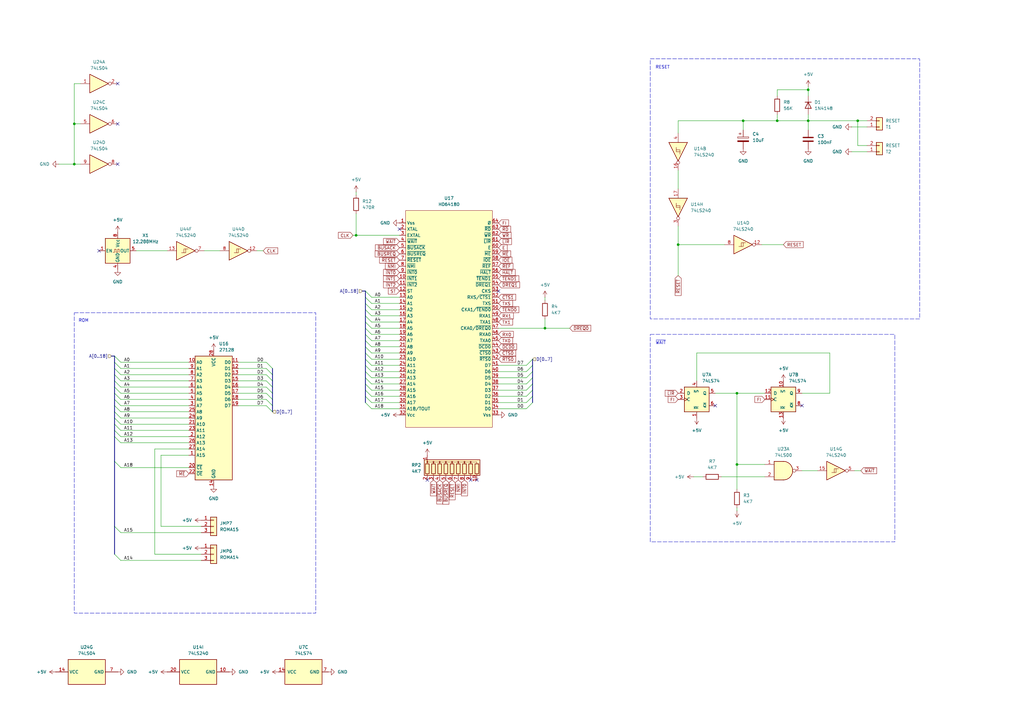
<source format=kicad_sch>
(kicad_sch (version 20231120) (generator "eeschema") (generator_version "8.0")
  (paper "A3")
  (junction (at 351.79 49.53))
  (junction (at 304.8 49.53))
  (junction (at 331.47 49.53))
  (junction (at 278.13 100.33))
  (junction (at 318.77 49.53))
  (junction (at 146.05 96.52))
  (junction (at 223.52 134.62))
  (junction (at 302.26 161.29))
  (junction (at 302.26 190.5))
  (junction (at 30.48 67.31))
  (junction (at 331.47 36.83))
  (junction (at 30.48 50.8))
  (no_connect (at 40.64 102.87))
  (no_connect (at 175.26 196.85))
  (no_connect (at 48.26 34.29))
  (no_connect (at 195.58 196.85))
  (no_connect (at 328.93 166.37))
  (no_connect (at 204.47 119.38))
  (no_connect (at 293.37 166.37))
  (no_connect (at 48.26 50.8))
  (no_connect (at 48.26 67.31))
  (no_connect (at 193.04 196.85))
  (no_connect (at 163.83 93.98))
  (bus_entry (at 46.99 179.07) (size 2.54 2.54))
  (bus_entry (at 46.99 227.33) (size 2.54 2.54))
  (bus_entry (at 149.86 157.48) (size 2.54 2.54))
  (bus_entry (at 149.86 132.08) (size 2.54 2.54))
  (bus_entry (at 46.99 215.9) (size 2.54 2.54))
  (bus_entry (at 149.86 137.16) (size 2.54 2.54))
  (bus_entry (at 149.86 160.02) (size 2.54 2.54))
  (bus_entry (at 109.22 151.13) (size 2.54 2.54))
  (bus_entry (at 149.86 162.56) (size 2.54 2.54))
  (bus_entry (at 149.86 134.62) (size 2.54 2.54))
  (bus_entry (at 109.22 156.21) (size 2.54 2.54))
  (bus_entry (at 46.99 189.23) (size 2.54 2.54))
  (bus_entry (at 109.22 158.75) (size 2.54 2.54))
  (bus_entry (at 109.22 161.29) (size 2.54 2.54))
  (bus_entry (at 215.9 160.02) (size 2.54 -2.54))
  (bus_entry (at 46.99 151.13) (size 2.54 2.54))
  (bus_entry (at 215.9 157.48) (size 2.54 -2.54))
  (bus_entry (at 46.99 168.91) (size 2.54 2.54))
  (bus_entry (at 215.9 149.86) (size 2.54 -2.54))
  (bus_entry (at 215.9 152.4) (size 2.54 -2.54))
  (bus_entry (at 149.86 124.46) (size 2.54 2.54))
  (bus_entry (at 46.99 161.29) (size 2.54 2.54))
  (bus_entry (at 149.86 142.24) (size 2.54 2.54))
  (bus_entry (at 149.86 165.1) (size 2.54 2.54))
  (bus_entry (at 149.86 129.54) (size 2.54 2.54))
  (bus_entry (at 149.86 127) (size 2.54 2.54))
  (bus_entry (at 149.86 144.78) (size 2.54 2.54))
  (bus_entry (at 109.22 163.83) (size 2.54 2.54))
  (bus_entry (at 46.99 173.99) (size 2.54 2.54))
  (bus_entry (at 149.86 121.92) (size 2.54 2.54))
  (bus_entry (at 109.22 166.37) (size 2.54 2.54))
  (bus_entry (at 46.99 171.45) (size 2.54 2.54))
  (bus_entry (at 46.99 163.83) (size 2.54 2.54))
  (bus_entry (at 215.9 165.1) (size 2.54 -2.54))
  (bus_entry (at 215.9 167.64) (size 2.54 -2.54))
  (bus_entry (at 46.99 176.53) (size 2.54 2.54))
  (bus_entry (at 46.99 166.37) (size 2.54 2.54))
  (bus_entry (at 215.9 154.94) (size 2.54 -2.54))
  (bus_entry (at 149.86 154.94) (size 2.54 2.54))
  (bus_entry (at 109.22 148.59) (size 2.54 2.54))
  (bus_entry (at 149.86 147.32) (size 2.54 2.54))
  (bus_entry (at 149.86 139.7) (size 2.54 2.54))
  (bus_entry (at 149.86 149.86) (size 2.54 2.54))
  (bus_entry (at 215.9 162.56) (size 2.54 -2.54))
  (bus_entry (at 46.99 153.67) (size 2.54 2.54))
  (bus_entry (at 46.99 156.21) (size 2.54 2.54))
  (bus_entry (at 109.22 153.67) (size 2.54 2.54))
  (bus_entry (at 46.99 158.75) (size 2.54 2.54))
  (bus_entry (at 149.86 119.38) (size 2.54 2.54))
  (bus_entry (at 46.99 148.59) (size 2.54 2.54))
  (bus_entry (at 46.99 146.05) (size 2.54 2.54))
  (bus_entry (at 149.86 152.4) (size 2.54 2.54))
  (bus (pts (xy 149.86 152.4) (xy 149.86 154.94)))
  (bus (pts (xy 111.76 166.37) (xy 111.76 163.83)))
  (wire (pts (xy 152.4 157.48) (xy 163.83 157.48)))
  (wire (pts (xy 97.79 153.67) (xy 109.22 153.67)))
  (bus (pts (xy 111.76 153.67) (xy 111.76 151.13)))
  (bus (pts (xy 149.86 162.56) (xy 149.86 165.1)))
  (wire (pts (xy 30.48 67.31) (xy 33.02 67.31)))
  (wire (pts (xy 204.47 157.48) (xy 215.9 157.48)))
  (wire (pts (xy 152.4 149.86) (xy 163.83 149.86)))
  (wire (pts (xy 152.4 147.32) (xy 163.83 147.32)))
  (bus (pts (xy 46.99 189.23) (xy 46.99 215.9)))
  (wire (pts (xy 49.53 191.77) (xy 77.47 191.77)))
  (wire (pts (xy 97.79 148.59) (xy 109.22 148.59)))
  (wire (pts (xy 331.47 49.53) (xy 351.79 49.53)))
  (wire (pts (xy 107.95 102.87) (xy 105.41 102.87)))
  (wire (pts (xy 49.53 153.67) (xy 77.47 153.67)))
  (bus (pts (xy 46.99 148.59) (xy 46.99 151.13)))
  (wire (pts (xy 304.8 49.53) (xy 304.8 53.34)))
  (wire (pts (xy 302.26 161.29) (xy 313.69 161.29)))
  (bus (pts (xy 46.99 168.91) (xy 46.99 171.45)))
  (wire (pts (xy 152.4 154.94) (xy 163.83 154.94)))
  (bus (pts (xy 149.86 119.38) (xy 149.86 121.92)))
  (wire (pts (xy 63.5 227.33) (xy 82.55 227.33)))
  (bus (pts (xy 149.86 129.54) (xy 149.86 132.08)))
  (wire (pts (xy 152.4 127) (xy 163.83 127)))
  (bus (pts (xy 46.99 161.29) (xy 46.99 163.83)))
  (wire (pts (xy 49.53 168.91) (xy 77.47 168.91)))
  (wire (pts (xy 97.79 161.29) (xy 109.22 161.29)))
  (wire (pts (xy 340.36 161.29) (xy 328.93 161.29)))
  (wire (pts (xy 49.53 179.07) (xy 77.47 179.07)))
  (wire (pts (xy 49.53 161.29) (xy 77.47 161.29)))
  (bus (pts (xy 149.86 139.7) (xy 149.86 142.24)))
  (wire (pts (xy 77.47 184.15) (xy 63.5 184.15)))
  (wire (pts (xy 152.4 165.1) (xy 163.83 165.1)))
  (wire (pts (xy 30.48 50.8) (xy 33.02 50.8)))
  (wire (pts (xy 285.75 156.21) (xy 285.75 144.78)))
  (wire (pts (xy 204.47 165.1) (xy 215.9 165.1)))
  (bus (pts (xy 149.86 127) (xy 149.86 129.54)))
  (bus (pts (xy 46.99 166.37) (xy 46.99 168.91)))
  (wire (pts (xy 233.68 134.62) (xy 223.52 134.62)))
  (bus (pts (xy 149.86 142.24) (xy 149.86 144.78)))
  (bus (pts (xy 45.72 146.05) (xy 46.99 146.05)))
  (wire (pts (xy 223.52 121.92) (xy 223.52 123.19)))
  (wire (pts (xy 204.47 152.4) (xy 215.9 152.4)))
  (wire (pts (xy 302.26 190.5) (xy 302.26 200.66)))
  (wire (pts (xy 278.13 49.53) (xy 278.13 54.61)))
  (wire (pts (xy 313.69 190.5) (xy 302.26 190.5)))
  (wire (pts (xy 152.4 142.24) (xy 163.83 142.24)))
  (bus (pts (xy 149.86 137.16) (xy 149.86 139.7)))
  (bus (pts (xy 218.44 162.56) (xy 218.44 165.1)))
  (wire (pts (xy 49.53 156.21) (xy 77.47 156.21)))
  (wire (pts (xy 49.53 163.83) (xy 77.47 163.83)))
  (wire (pts (xy 302.26 190.5) (xy 302.26 161.29)))
  (wire (pts (xy 49.53 148.59) (xy 77.47 148.59)))
  (bus (pts (xy 111.76 158.75) (xy 111.76 156.21)))
  (bus (pts (xy 149.86 154.94) (xy 149.86 157.48)))
  (wire (pts (xy 302.26 209.55) (xy 302.26 208.28)))
  (wire (pts (xy 351.79 59.69) (xy 351.79 49.53)))
  (bus (pts (xy 46.99 215.9) (xy 46.99 227.33)))
  (wire (pts (xy 355.6 59.69) (xy 351.79 59.69)))
  (bus (pts (xy 218.44 157.48) (xy 218.44 160.02)))
  (bus (pts (xy 46.99 179.07) (xy 46.99 189.23)))
  (bus (pts (xy 148.59 119.38) (xy 149.86 119.38)))
  (wire (pts (xy 349.25 52.07) (xy 355.6 52.07)))
  (wire (pts (xy 204.47 154.94) (xy 215.9 154.94)))
  (wire (pts (xy 144.78 96.52) (xy 146.05 96.52)))
  (bus (pts (xy 46.99 146.05) (xy 46.99 148.59)))
  (bus (pts (xy 111.76 161.29) (xy 111.76 158.75)))
  (wire (pts (xy 278.13 100.33) (xy 278.13 113.03)))
  (wire (pts (xy 204.47 149.86) (xy 215.9 149.86)))
  (bus (pts (xy 149.86 132.08) (xy 149.86 134.62)))
  (bus (pts (xy 46.99 176.53) (xy 46.99 179.07)))
  (wire (pts (xy 152.4 137.16) (xy 163.83 137.16)))
  (wire (pts (xy 97.79 166.37) (xy 109.22 166.37)))
  (wire (pts (xy 349.25 62.23) (xy 355.6 62.23)))
  (wire (pts (xy 146.05 87.63) (xy 146.05 96.52)))
  (wire (pts (xy 83.82 102.87) (xy 90.17 102.87)))
  (wire (pts (xy 24.13 67.31) (xy 30.48 67.31)))
  (wire (pts (xy 304.8 49.53) (xy 278.13 49.53)))
  (wire (pts (xy 353.06 193.04) (xy 350.52 193.04)))
  (wire (pts (xy 152.4 167.64) (xy 163.83 167.64)))
  (bus (pts (xy 218.44 147.32) (xy 218.44 149.86)))
  (wire (pts (xy 49.53 181.61) (xy 77.47 181.61)))
  (bus (pts (xy 46.99 158.75) (xy 46.99 161.29)))
  (wire (pts (xy 278.13 92.71) (xy 278.13 100.33)))
  (wire (pts (xy 152.4 139.7) (xy 163.83 139.7)))
  (bus (pts (xy 149.86 124.46) (xy 149.86 127)))
  (wire (pts (xy 331.47 35.56) (xy 331.47 36.83)))
  (bus (pts (xy 46.99 153.67) (xy 46.99 156.21)))
  (wire (pts (xy 49.53 151.13) (xy 77.47 151.13)))
  (wire (pts (xy 97.79 158.75) (xy 109.22 158.75)))
  (wire (pts (xy 49.53 218.44) (xy 82.55 218.44)))
  (wire (pts (xy 49.53 158.75) (xy 77.47 158.75)))
  (wire (pts (xy 152.4 129.54) (xy 163.83 129.54)))
  (wire (pts (xy 204.47 160.02) (xy 215.9 160.02)))
  (wire (pts (xy 223.52 134.62) (xy 204.47 134.62)))
  (wire (pts (xy 340.36 144.78) (xy 340.36 161.29)))
  (wire (pts (xy 331.47 36.83) (xy 331.47 39.37)))
  (wire (pts (xy 318.77 46.99) (xy 318.77 49.53)))
  (bus (pts (xy 149.86 147.32) (xy 149.86 149.86)))
  (wire (pts (xy 49.53 176.53) (xy 77.47 176.53)))
  (bus (pts (xy 218.44 154.94) (xy 218.44 157.48)))
  (wire (pts (xy 152.4 124.46) (xy 163.83 124.46)))
  (bus (pts (xy 218.44 149.86) (xy 218.44 152.4)))
  (wire (pts (xy 152.4 132.08) (xy 163.83 132.08)))
  (bus (pts (xy 46.99 173.99) (xy 46.99 176.53)))
  (wire (pts (xy 146.05 96.52) (xy 163.83 96.52)))
  (wire (pts (xy 318.77 36.83) (xy 318.77 39.37)))
  (bus (pts (xy 111.76 156.21) (xy 111.76 153.67)))
  (wire (pts (xy 49.53 171.45) (xy 77.47 171.45)))
  (wire (pts (xy 204.47 162.56) (xy 215.9 162.56)))
  (bus (pts (xy 46.99 171.45) (xy 46.99 173.99)))
  (wire (pts (xy 152.4 121.92) (xy 163.83 121.92)))
  (bus (pts (xy 46.99 163.83) (xy 46.99 166.37)))
  (wire (pts (xy 152.4 144.78) (xy 163.83 144.78)))
  (wire (pts (xy 63.5 184.15) (xy 63.5 227.33)))
  (bus (pts (xy 46.99 151.13) (xy 46.99 153.67)))
  (wire (pts (xy 33.02 34.29) (xy 30.48 34.29)))
  (wire (pts (xy 318.77 49.53) (xy 304.8 49.53)))
  (wire (pts (xy 146.05 78.74) (xy 146.05 80.01)))
  (wire (pts (xy 30.48 50.8) (xy 30.48 67.31)))
  (wire (pts (xy 97.79 163.83) (xy 109.22 163.83)))
  (wire (pts (xy 49.53 166.37) (xy 77.47 166.37)))
  (bus (pts (xy 111.76 168.91) (xy 111.76 166.37)))
  (wire (pts (xy 97.79 156.21) (xy 109.22 156.21)))
  (bus (pts (xy 218.44 160.02) (xy 218.44 162.56)))
  (wire (pts (xy 351.79 49.53) (xy 355.6 49.53)))
  (wire (pts (xy 55.88 102.87) (xy 68.58 102.87)))
  (bus (pts (xy 149.86 157.48) (xy 149.86 160.02)))
  (wire (pts (xy 204.47 167.64) (xy 215.9 167.64)))
  (wire (pts (xy 331.47 49.53) (xy 331.47 46.99)))
  (wire (pts (xy 49.53 229.87) (xy 82.55 229.87)))
  (wire (pts (xy 66.04 186.69) (xy 77.47 186.69)))
  (wire (pts (xy 49.53 173.99) (xy 77.47 173.99)))
  (wire (pts (xy 331.47 53.34) (xy 331.47 49.53)))
  (wire (pts (xy 295.91 195.58) (xy 313.69 195.58)))
  (wire (pts (xy 293.37 161.29) (xy 302.26 161.29)))
  (wire (pts (xy 223.52 130.81) (xy 223.52 134.62)))
  (wire (pts (xy 335.28 193.04) (xy 328.93 193.04)))
  (wire (pts (xy 312.42 100.33) (xy 321.31 100.33)))
  (bus (pts (xy 46.99 156.21) (xy 46.99 158.75)))
  (wire (pts (xy 30.48 34.29) (xy 30.48 50.8)))
  (bus (pts (xy 149.86 149.86) (xy 149.86 152.4)))
  (wire (pts (xy 152.4 160.02) (xy 163.83 160.02)))
  (wire (pts (xy 331.47 49.53) (xy 318.77 49.53)))
  (wire (pts (xy 82.55 215.9) (xy 66.04 215.9)))
  (wire (pts (xy 152.4 162.56) (xy 163.83 162.56)))
  (bus (pts (xy 218.44 152.4) (xy 218.44 154.94)))
  (wire (pts (xy 278.13 100.33) (xy 297.18 100.33)))
  (wire (pts (xy 285.75 144.78) (xy 340.36 144.78)))
  (wire (pts (xy 284.48 195.58) (xy 288.29 195.58)))
  (wire (pts (xy 278.13 77.47) (xy 278.13 69.85)))
  (bus (pts (xy 149.86 121.92) (xy 149.86 124.46)))
  (bus (pts (xy 111.76 163.83) (xy 111.76 161.29)))
  (bus (pts (xy 149.86 144.78) (xy 149.86 147.32)))
  (wire (pts (xy 152.4 134.62) (xy 163.83 134.62)))
  (wire (pts (xy 331.47 36.83) (xy 318.77 36.83)))
  (wire (pts (xy 97.79 151.13) (xy 109.22 151.13)))
  (bus (pts (xy 149.86 134.62) (xy 149.86 137.16)))
  (wire (pts (xy 66.04 215.9) (xy 66.04 186.69)))
  (bus (pts (xy 149.86 160.02) (xy 149.86 162.56)))
  (wire (pts (xy 152.4 152.4) (xy 163.83 152.4)))
  (rectangle (start 30.48 128.27) (end 129.54 251.46) (stroke (width 0) (type dash)))
  (rectangle (start 266.7 137.16) (end 367.03 222.25) (stroke (width 0) (type dash)))
  (rectangle (start 266.7 24.13) (end 377.19 130.81) (stroke (width 0) (type dash)))
  (text "ROM" (at 34.29 131.572 0) (effects (font (size 1.27 1.27))))
  (text "RESET" (at 271.78 27.686 0) (effects (font (size 1.27 1.27))))
  (text "~{WAIT}" (at 271.018 140.716 0) (effects (font (size 1.27 1.27))))
  (label "A1" (at 153.67 124.46 0))
  (label "A6" (at 153.67 137.16 0))
  (label "A18" (at 153.67 167.64 0))
  (label "D3" (at 105.41 156.21 0))
  (label "D0" (at 105.41 148.59 0))
  (label "A4" (at 153.67 132.08 0))
  (label "A6" (at 50.8 163.83 0))
  (label "D1" (at 212.09 165.1 0))
  (label "D6" (at 105.41 163.83 0))
  (label "A16" (at 153.67 162.56 0))
  (label "D1" (at 105.41 151.13 0))
  (label "A0" (at 50.8 148.59 0))
  (label "A11" (at 153.67 149.86 0))
  (label "A10" (at 50.8 173.99 0))
  (label "A3" (at 50.8 156.21 0))
  (label "A2" (at 50.8 153.67 0))
  (label "A14" (at 50.8 229.87 0))
  (label "A9" (at 153.67 144.78 0))
  (label "D4" (at 212.09 157.48 0))
  (label "A15" (at 153.67 160.02 0))
  (label "A13" (at 50.8 181.61 0))
  (label "D7" (at 105.41 166.37 0))
  (label "A2" (at 153.67 127 0))
  (label "D7" (at 212.09 149.86 0))
  (label "A1" (at 50.8 151.13 0))
  (label "A3" (at 153.67 129.54 0))
  (label "D3" (at 212.09 160.02 0))
  (label "D0" (at 212.09 167.64 0))
  (label "A8" (at 50.8 168.91 0))
  (label "D2" (at 105.41 153.67 0))
  (label "A7" (at 153.67 139.7 0))
  (label "A7" (at 50.8 166.37 0))
  (label "A13" (at 153.67 154.94 0))
  (label "A18" (at 50.8 191.77 0))
  (label "A10" (at 153.67 147.32 0))
  (label "A17" (at 153.67 165.1 0))
  (label "A5" (at 50.8 161.29 0))
  (label "A8" (at 153.67 142.24 0))
  (label "A15" (at 50.8 218.44 0))
  (label "A0" (at 153.67 121.92 0))
  (label "A12" (at 153.67 152.4 0))
  (label "D2" (at 212.09 162.56 0))
  (label "A14" (at 153.67 157.48 0))
  (label "D4" (at 105.41 158.75 0))
  (label "A4" (at 50.8 158.75 0))
  (label "A9" (at 50.8 171.45 0))
  (label "A11" (at 50.8 176.53 0))
  (label "A12" (at 50.8 179.07 0))
  (label "D5" (at 105.41 161.29 0))
  (label "D6" (at 212.09 152.4 0))
  (label "A5" (at 153.67 134.62 0))
  (label "D5" (at 212.09 154.94 0))
  (global_label "~{DREQ0}" (shape input) (at 233.68 134.62 0) (property "Intersheetrefs" "${INTERSHEET_REFS}" (effects (hide yes))))
  (global_label "~{BUSACK}" (shape input) (at 180.34 196.85 270) (property "Intersheetrefs" "${INTERSHEET_REFS}" (effects (hide yes))))
  (global_label "TXS" (shape input) (at 204.47 124.46 0) (property "Intersheetrefs" "${INTERSHEET_REFS}" (effects (hide yes))))
  (global_label "~{DREQ1}" (shape input) (at 204.47 116.84 0) (property "Intersheetrefs" "${INTERSHEET_REFS}" (effects (hide yes))))
  (global_label "CLK" (shape input) (at 107.95 102.87 0) (property "Intersheetrefs" "${INTERSHEET_REFS}" (effects (hide yes))))
  (global_label "TX0" (shape input) (at 204.47 139.7 0) (property "Intersheetrefs" "${INTERSHEET_REFS}" (effects (hide yes))))
  (global_label "TX1" (shape input) (at 204.47 132.08 0) (property "Intersheetrefs" "${INTERSHEET_REFS}" (effects (hide yes))))
  (global_label "~{WAIT}" (shape input) (at 177.8 196.85 270) (property "Intersheetrefs" "${INTERSHEET_REFS}" (effects (hide yes))))
  (global_label "~{INT0}" (shape input) (at 163.83 111.76 180) (property "Intersheetrefs" "${INTERSHEET_REFS}" (effects (hide yes))))
  (global_label "~{RESET}" (shape input) (at 278.13 113.03 270) (property "Intersheetrefs" "${INTERSHEET_REFS}" (effects (hide yes))))
  (global_label "E" (shape input) (at 204.47 101.6 0) (property "Intersheetrefs" "${INTERSHEET_REFS}" (effects (hide yes))))
  (global_label "FI" (shape input) (at 204.47 91.44 0) (property "Intersheetrefs" "${INTERSHEET_REFS}" (effects (hide yes))))
  (global_label "~{TEND1}" (shape input) (at 204.47 114.3 0) (property "Intersheetrefs" "${INTERSHEET_REFS}" (effects (hide yes))))
  (global_label "~{NMI}" (shape input) (at 163.83 109.22 180) (property "Intersheetrefs" "${INTERSHEET_REFS}" (effects (hide yes))))
  (global_label "~{CTS0}" (shape input) (at 204.47 144.78 0) (property "Intersheetrefs" "${INTERSHEET_REFS}" (effects (hide yes))))
  (global_label "~{BUSACK}" (shape input) (at 163.83 101.6 180) (property "Intersheetrefs" "${INTERSHEET_REFS}" (effects (hide yes))))
  (global_label "FI" (shape input) (at 313.69 163.83 180) (property "Intersheetrefs" "${INTERSHEET_REFS}" (effects (hide yes))))
  (global_label "~{BUSREQ}" (shape input) (at 163.83 104.14 180) (property "Intersheetrefs" "${INTERSHEET_REFS}" (effects (hide yes))))
  (global_label "~{INT1}" (shape input) (at 163.83 114.3 180) (property "Intersheetrefs" "${INTERSHEET_REFS}" (effects (hide yes))))
  (global_label "ST" (shape input) (at 163.83 119.38 180) (property "Intersheetrefs" "${INTERSHEET_REFS}" (effects (hide yes))))
  (global_label "~{RD}" (shape input) (at 204.47 93.98 0) (property "Intersheetrefs" "${INTERSHEET_REFS}" (effects (hide yes))))
  (global_label "~{HALT}" (shape input) (at 204.47 111.76 0) (property "Intersheetrefs" "${INTERSHEET_REFS}" (effects (hide yes))))
  (global_label "RX1" (shape input) (at 204.47 129.54 0) (property "Intersheetrefs" "${INTERSHEET_REFS}" (effects (hide yes))))
  (global_label "RX0" (shape input) (at 204.47 137.16 0) (property "Intersheetrefs" "${INTERSHEET_REFS}" (effects (hide yes))))
  (global_label "~{DCD0}" (shape input) (at 204.47 142.24 0) (property "Intersheetrefs" "${INTERSHEET_REFS}" (effects (hide yes))))
  (global_label "~{RTS0}" (shape input) (at 204.47 147.32 0) (property "Intersheetrefs" "${INTERSHEET_REFS}" (effects (hide yes))))
  (global_label "~{NMI}" (shape input) (at 187.96 196.85 270) (property "Intersheetrefs" "${INTERSHEET_REFS}" (effects (hide yes))))
  (global_label "~{ME}" (shape input) (at 77.47 194.31 180) (property "Intersheetrefs" "${INTERSHEET_REFS}" (effects (hide yes))))
  (global_label "~{ME}" (shape input) (at 204.47 104.14 0) (property "Intersheetrefs" "${INTERSHEET_REFS}" (effects (hide yes))))
  (global_label "~{INT0}" (shape input) (at 190.5 196.85 270) (property "Intersheetrefs" "${INTERSHEET_REFS}" (effects (hide yes))))
  (global_label "~{BUSREQ}" (shape input) (at 182.88 196.85 270) (property "Intersheetrefs" "${INTERSHEET_REFS}" (effects (hide yes))))
  (global_label "~{TEND0}" (shape input) (at 204.47 127 0) (property "Intersheetrefs" "${INTERSHEET_REFS}" (effects (hide yes))))
  (global_label "~{WAIT}" (shape input) (at 353.06 193.04 0) (property "Intersheetrefs" "${INTERSHEET_REFS}" (effects (hide yes))))
  (global_label "~{INT2}" (shape input) (at 163.83 116.84 180) (property "Intersheetrefs" "${INTERSHEET_REFS}" (effects (hide yes))))
  (global_label "~{WAIT}" (shape input) (at 163.83 99.06 180) (property "Intersheetrefs" "${INTERSHEET_REFS}" (effects (hide yes))))
  (global_label "~{CTS1}" (shape input) (at 204.47 121.92 0) (property "Intersheetrefs" "${INTERSHEET_REFS}" (effects (hide yes))))
  (global_label "~{RESET}" (shape input) (at 185.42 196.85 270) (property "Intersheetrefs" "${INTERSHEET_REFS}" (effects (hide yes))))
  (global_label "FI" (shape input) (at 278.13 163.83 180) (property "Intersheetrefs" "${INTERSHEET_REFS}" (effects (hide yes))))
  (global_label "~{REF}" (shape input) (at 204.47 109.22 0) (property "Intersheetrefs" "${INTERSHEET_REFS}" (effects (hide yes))))
  (global_label "~{LIR}" (shape input) (at 204.47 99.06 0) (property "Intersheetrefs" "${INTERSHEET_REFS}" (effects (hide yes))))
  (global_label "CLK" (shape input) (at 144.78 96.52 180) (property "Intersheetrefs" "${INTERSHEET_REFS}" (effects (hide yes))))
  (global_label "~{LIR}" (shape input) (at 278.13 161.29 180) (property "Intersheetrefs" "${INTERSHEET_REFS}" (effects (hide yes))))
  (global_label "~{WR}" (shape input) (at 204.47 96.52 0) (property "Intersheetrefs" "${INTERSHEET_REFS}" (effects (hide yes))))
  (global_label "RESET" (shape input) (at 321.31 100.33 0) (property "Intersheetrefs" "${INTERSHEET_REFS}" (effects (hide yes))))
  (global_label "~{IOE}" (shape input) (at 204.47 106.68 0) (property "Intersheetrefs" "${INTERSHEET_REFS}" (effects (hide yes))))
  (global_label "~{RESET}" (shape input) (at 163.83 106.68 180) (property "Intersheetrefs" "${INTERSHEET_REFS}" (effects (hide yes))))
  (hierarchical_label "D[0..7]" (shape input) (at 111.76 168.91 0))
  (hierarchical_label "A[0..18]" (shape input) (at 148.59 119.38 180))
  (hierarchical_label "A[0..18]" (shape input) (at 45.72 146.05 180))
  (hierarchical_label "D[0..7]" (shape input) (at 218.44 147.32 0))
  (symbol (lib_id "Oscillator:CXO_DIP8") (at 48.26 102.87 0) (unit 1)
    (property "Reference" "X1" (at 59.69 96.5514 0))
    (property "Value" "12.288MHz" (at 59.69 99.0914 0))
    (property "Footprint" "011TIM:TIM_Oscillator_DIP-8" (effects (hide yes)))
    (property "Datasheet" "http://cdn-reichelt.de/documents/datenblatt/B400/OSZI.pdf" (effects (hide yes)))
    (property "Description" "Crystal Clock Oscillator, DIP8-style metal package" (effects (hide yes)))
  )
  (symbol (lib_id "power:+5V") (at 223.52 121.92 0) (unit 1)
    (property "Reference" "#PWR011" (effects (hide yes)))
    (property "Value" "+5V" (at 223.52 116.84 0))
    (property "Description" "Power symbol creates a global label with name \"+5V\"" (effects (hide yes)))
  )
  (symbol (lib_id "74xx:74LS240_Split") (at 81.28 275.59 90) (unit 9)
    (property "Reference" "U14" (at 81.28 265.43 90))
    (property "Value" "74LS240" (at 81.28 267.97 90))
    (property "Footprint" "011TIM:DIP-20_W7.62mm" (effects (hide yes)))
    (property "Datasheet" "http://www.ti.com/lit/ds/symlink/sn74ls240.pdf" (effects (hide yes)))
    (property "Description" "Octal Buffer and Line Driver With 3-State Output, active-low enables, inverting outputs, split symbol" (effects (hide yes)))
  )
  (symbol (lib_id "power:GND") (at 163.83 91.44 270) (unit 1)
    (property "Reference" "#PWR03" (effects (hide yes)))
    (property "Value" "GND" (at 160.02 91.4399 90) (effects (justify right)))
    (property "Description" "Power symbol creates a global label with name \"GND\" , ground" (effects (hide yes)))
  )
  (symbol (lib_id "Device:R") (at 318.77 43.18 0) (unit 1)
    (property "Reference" "R8" (at 321.31 41.9099 0) (effects (justify left)))
    (property "Value" "56K" (at 321.31 44.4499 0) (effects (justify left)))
    (property "Footprint" "011TIM:Resistor 12.7mm" (effects (hide yes)))
    (property "Description" "Resistor" (effects (hide yes)))
  )
  (symbol (lib_id "power:GND") (at 134.62 275.59 90) (unit 1)
    (property "Reference" "#PWR026" (effects (hide yes)))
    (property "Value" "GND" (at 138.43 275.5899 90) (effects (justify right)))
    (property "Description" "Power symbol creates a global label with name \"GND\" , ground" (effects (hide yes)))
  )
  (symbol (lib_id "power:+5V") (at 285.75 171.45 180) (unit 1)
    (property "Reference" "#PWR027" (effects (hide yes)))
    (property "Value" "+5V" (at 285.75 176.53 0))
    (property "Description" "Power symbol creates a global label with name \"+5V\"" (effects (hide yes)))
  )
  (symbol (lib_id "74xx:74LS240_Split") (at 342.9 193.04 0) (unit 7)
    (property "Reference" "U14" (at 342.9 184.15 0))
    (property "Value" "74LS240" (at 342.9 186.69 0))
    (property "Footprint" "011TIM:DIP-20_W7.62mm" (effects (hide yes)))
    (property "Datasheet" "http://www.ti.com/lit/ds/symlink/sn74ls240.pdf" (effects (hide yes)))
    (property "Description" "Octal Buffer and Line Driver With 3-State Output, active-low enables, inverting outputs, split symbol" (effects (hide yes)))
  )
  (symbol (lib_id "74xx:74LS04") (at 35.56 275.59 90) (unit 7)
    (property "Reference" "U24" (at 35.56 265.43 90))
    (property "Value" "74LS04" (at 35.56 267.97 90))
    (property "Footprint" "011TIM:DIP-14_W7.62mm" (effects (hide yes)))
    (property "Datasheet" "http://www.ti.com/lit/gpn/sn74LS04" (effects (hide yes)))
    (property "Description" "Hex Inverter" (effects (hide yes)))
  )
  (symbol (lib_id "TIM011:HD64180") (at 184.15 130.81 0) (unit 1)
    (property "Reference" "U17" (at 184.15 81.28 0))
    (property "Value" "HD64180" (at 184.15 83.82 0))
    (property "Footprint" "011TIM:DIP-64_1.78mm Pitch_Socket" (effects (hide yes)))
  )
  (symbol (lib_id "74xx:74LS240_Split") (at 278.13 62.23 270) (unit 2)
    (property "Reference" "U14" (at 284.48 60.9599 90) (effects (justify left)))
    (property "Value" "74LS240" (at 284.48 63.4999 90) (effects (justify left)))
    (property "Footprint" "011TIM:DIP-20_W7.62mm" (effects (hide yes)))
    (property "Datasheet" "http://www.ti.com/lit/ds/symlink/sn74ls240.pdf" (effects (hide yes)))
    (property "Description" "Octal Buffer and Line Driver With 3-State Output, active-low enables, inverting outputs, split symbol" (effects (hide yes)))
  )
  (symbol (lib_id "power:+5V") (at 302.26 209.55 180) (unit 1)
    (property "Reference" "#PWR030" (effects (hide yes)))
    (property "Value" "+5V" (at 302.26 214.63 0))
    (property "Description" "Power symbol creates a global label with name \"+5V\"" (effects (hide yes)))
  )
  (symbol (lib_id "74xx:74LS240_Split") (at 278.13 85.09 270) (unit 8)
    (property "Reference" "U14" (at 283.21 83.8199 90) (effects (justify left)))
    (property "Value" "74LS240" (at 283.21 86.3599 90) (effects (justify left)))
    (property "Footprint" "011TIM:DIP-20_W7.62mm" (effects (hide yes)))
    (property "Datasheet" "http://www.ti.com/lit/ds/symlink/sn74ls240.pdf" (effects (hide yes)))
    (property "Description" "Octal Buffer and Line Driver With 3-State Output, active-low enables, inverting outputs, split symbol" (effects (hide yes)))
  )
  (symbol (lib_id "74xx:74LS04") (at 40.64 50.8 0) (unit 3)
    (property "Reference" "U24" (at 40.64 41.91 0))
    (property "Value" "74LS04" (at 40.64 44.45 0))
    (property "Footprint" "011TIM:DIP-14_W7.62mm" (effects (hide yes)))
    (property "Datasheet" "http://www.ti.com/lit/gpn/sn74LS04" (effects (hide yes)))
    (property "Description" "Hex Inverter" (effects (hide yes)))
  )
  (symbol (lib_id "Device:C") (at 331.47 57.15 0) (unit 1)
    (property "Reference" "C3" (at 335.28 55.8799 0) (effects (justify left)))
    (property "Value" "100nF" (at 335.28 58.4199 0) (effects (justify left)))
    (property "Footprint" "011TIM:Ceramic Cap 5.08mm" (effects (hide yes)))
    (property "Description" "Unpolarized capacitor" (effects (hide yes)))
  )
  (symbol (lib_id "74xx:74LS74") (at 321.31 163.83 0) (unit 2)
    (property "Reference" "U7" (at 323.5041 153.67 0) (effects (justify left)))
    (property "Value" "74LS74" (at 323.5041 156.21 0) (effects (justify left)))
    (property "Footprint" "011TIM:DIP-14_W7.62mm" (effects (hide yes)))
    (property "Datasheet" "74xx/74hc_hct74.pdf" (effects (hide yes)))
    (property "Description" "Dual D Flip-flop, Set & Reset" (effects (hide yes)))
  )
  (symbol (lib_id "power:GND") (at 349.25 62.23 270) (unit 1)
    (property "Reference" "#PWR0182" (effects (hide yes)))
    (property "Value" "GND" (at 345.44 62.2299 90) (effects (justify right)))
    (property "Description" "Power symbol creates a global label with name \"GND\" , ground" (effects (hide yes)))
  )
  (symbol (lib_id "power:+5V") (at 82.55 224.79 90) (mirror x) (unit 1)
    (property "Reference" "#PWR08" (effects (hide yes)))
    (property "Value" "+5V" (at 78.74 224.7899 90) (effects (justify left)))
    (property "Description" "Power symbol creates a global label with name \"+5V\"" (effects (hide yes)))
  )
  (symbol (lib_id "power:GND") (at 48.26 275.59 90) (unit 1)
    (property "Reference" "#PWR06" (effects (hide yes)))
    (property "Value" "GND" (at 52.07 275.5899 90) (effects (justify right)))
    (property "Description" "Power symbol creates a global label with name \"GND\" , ground" (effects (hide yes)))
  )
  (symbol (lib_id "74xx:74LS74") (at 124.46 275.59 90) (unit 3)
    (property "Reference" "U7" (at 124.46 265.43 90))
    (property "Value" "74LS74" (at 124.46 267.97 90))
    (property "Footprint" "011TIM:DIP-14_W7.62mm" (effects (hide yes)))
    (property "Datasheet" "74xx/74hc_hct74.pdf" (effects (hide yes)))
    (property "Description" "Dual D Flip-flop, Set & Reset" (effects (hide yes)))
  )
  (symbol (lib_id "power:+5V") (at 284.48 195.58 90) (unit 1)
    (property "Reference" "#PWR031" (effects (hide yes)))
    (property "Value" "+5V" (at 278.638 195.58 90))
    (property "Description" "Power symbol creates a global label with name \"+5V\"" (effects (hide yes)))
  )
  (symbol (lib_id "74xx:74LS04") (at 40.64 67.31 0) (unit 4)
    (property "Reference" "U24" (at 40.64 58.42 0))
    (property "Value" "74LS04" (at 40.64 60.96 0))
    (property "Footprint" "011TIM:DIP-14_W7.62mm" (effects (hide yes)))
    (property "Datasheet" "http://www.ti.com/lit/gpn/sn74LS04" (effects (hide yes)))
    (property "Description" "Hex Inverter" (effects (hide yes)))
  )
  (symbol (lib_id "74xx:74LS240_Split") (at 76.2 102.87 0) (unit 6)
    (property "Reference" "U44" (at 76.2 93.98 0))
    (property "Value" "74LS240" (at 76.2 96.52 0))
    (property "Footprint" "011TIM:DIP-20_W7.62mm" (effects (hide yes)))
    (property "Datasheet" "http://www.ti.com/lit/ds/symlink/sn74ls240.pdf" (effects (hide yes)))
    (property "Description" "Octal Buffer and Line Driver With 3-State Output, active-low enables, inverting outputs, split symbol" (effects (hide yes)))
  )
  (symbol (lib_id "power:GND") (at 48.26 110.49 0) (unit 1)
    (property "Reference" "#PWR0217" (effects (hide yes)))
    (property "Value" "GND" (at 48.26 115.57 0))
    (property "Description" "Power symbol creates a global label with name \"GND\" , ground" (effects (hide yes)))
  )
  (symbol (lib_id "power:+5V") (at 321.31 171.45 180) (unit 1)
    (property "Reference" "#PWR029" (effects (hide yes)))
    (property "Value" "+5V" (at 321.31 176.53 0))
    (property "Description" "Power symbol creates a global label with name \"+5V\"" (effects (hide yes)))
  )
  (symbol (lib_id "Connector_Generic:Conn_01x02") (at 360.68 52.07 0) (mirror x) (unit 1)
    (property "Reference" "T1" (at 363.22 52.0701 0) (effects (justify left)))
    (property "Value" "RESET" (at 363.22 49.5301 0) (effects (justify left)))
    (property "Footprint" "011TIM:TP1" (effects (hide yes)))
    (property "Description" "Generic connector, single row, 01x02, script generated (kicad-library-utils/schlib/autogen/connector/)" (effects (hide yes)))
  )
  (symbol (lib_id "power:GND") (at 331.47 60.96 0) (unit 1)
    (property "Reference" "#PWR014" (effects (hide yes)))
    (property "Value" "GND" (at 331.47 66.04 0))
    (property "Description" "Power symbol creates a global label with name \"GND\" , ground" (effects (hide yes)))
  )
  (symbol (lib_id "power:GND") (at 93.98 275.59 90) (unit 1)
    (property "Reference" "#PWR016" (effects (hide yes)))
    (property "Value" "GND" (at 97.79 275.5899 90) (effects (justify right)))
    (property "Description" "Power symbol creates a global label with name \"GND\" , ground" (effects (hide yes)))
  )
  (symbol (lib_id "power:GND") (at 349.25 52.07 270) (unit 1)
    (property "Reference" "#PWR015" (effects (hide yes)))
    (property "Value" "GND" (at 345.44 52.0699 90) (effects (justify right)))
    (property "Description" "Power symbol creates a global label with name \"GND\" , ground" (effects (hide yes)))
  )
  (symbol (lib_id "74xx:74LS74") (at 285.75 163.83 0) (unit 1)
    (property "Reference" "U7" (at 287.9441 153.67 0) (effects (justify left)))
    (property "Value" "74LS74" (at 287.9441 156.21 0) (effects (justify left)))
    (property "Footprint" "011TIM:DIP-14_W7.62mm" (effects (hide yes)))
    (property "Datasheet" "74xx/74hc_hct74.pdf" (effects (hide yes)))
    (property "Description" "Dual D Flip-flop, Set & Reset" (effects (hide yes)))
  )
  (symbol (lib_id "power:+5V") (at 163.83 170.18 90) (unit 1)
    (property "Reference" "#PWR01" (effects (hide yes)))
    (property "Value" "+5V" (at 160.02 170.1799 90) (effects (justify left)))
    (property "Description" "Power symbol creates a global label with name \"+5V\"" (effects (hide yes)))
  )
  (symbol (lib_id "power:+5V") (at 321.31 156.21 0) (unit 1)
    (property "Reference" "#PWR028" (effects (hide yes)))
    (property "Value" "+5V" (at 321.31 151.13 0))
    (property "Description" "Power symbol creates a global label with name \"+5V\"" (effects (hide yes)))
  )
  (symbol (lib_id "Device:C_Polarized") (at 304.8 57.15 0) (unit 1)
    (property "Reference" "C4" (at 308.61 54.9909 0) (effects (justify left)))
    (property "Value" "10uF" (at 308.61 57.5309 0) (effects (justify left)))
    (property "Footprint" "011TIM:Electrolytic Capacitor Axial or Radial Alt" (effects (hide yes)))
    (property "Description" "Polarized capacitor" (effects (hide yes)))
  )
  (symbol (lib_id "Device:R_Network09") (at 185.42 191.77 0) (unit 1)
    (property "Reference" "RP2" (at 172.72 190.7539 0) (effects (justify right)))
    (property "Value" "4K7" (at 172.72 193.2939 0) (effects (justify right)))
    (property "Footprint" "011TIM:R_Array_SIP10" (effects (hide yes)))
    (property "Datasheet" "http://www.vishay.com/docs/31509/csc.pdf" (effects (hide yes)))
    (property "Description" "9 resistor network, star topology, bussed resistors, small symbol" (effects (hide yes)))
  )
  (symbol (lib_id "Connector_Generic:Conn_01x03") (at 87.63 215.9 0) (unit 1)
    (property "Reference" "JMP7" (at 90.17 214.6299 0) (effects (justify left)))
    (property "Value" "ROMA15" (at 90.17 217.1699 0) (effects (justify left)))
    (property "Footprint" "011TIM:PinHeader_1x03 2.54mm" (effects (hide yes)))
    (property "Description" "Generic connector, single row, 01x03, script generated (kicad-library-utils/schlib/autogen/connector/)" (effects (hide yes)))
  )
  (symbol (lib_id "Connector_Generic:Conn_01x02") (at 360.68 62.23 0) (mirror x) (unit 1)
    (property "Reference" "T2" (at 363.22 62.2301 0) (effects (justify left)))
    (property "Value" "RESET" (at 363.22 59.6901 0) (effects (justify left)))
    (property "Footprint" "Button_Switch_THT:SW_Tactile_SPST_Angled_PTS645Vx58-2LFS" (effects (hide yes)))
    (property "Description" "Generic connector, single row, 01x02, script generated (kicad-library-utils/schlib/autogen/connector/)" (effects (hide yes)))
  )
  (symbol (lib_id "power:+5V") (at 146.05 78.74 0) (unit 1)
    (property "Reference" "#PWR04" (effects (hide yes)))
    (property "Value" "+5V" (at 146.05 73.66 0))
    (property "Description" "Power symbol creates a global label with name \"+5V\"" (effects (hide yes)))
  )
  (symbol (lib_id "Device:R") (at 146.05 83.82 0) (unit 1)
    (property "Reference" "R12" (at 148.59 82.5499 0) (effects (justify left)))
    (property "Value" "470R" (at 148.59 85.0899 0) (effects (justify left)))
    (property "Footprint" "011TIM:Resistor 12.7mm" (effects (hide yes)))
    (property "Description" "Resistor" (effects (hide yes)))
  )
  (symbol (lib_id "power:+5V") (at 22.86 275.59 90) (unit 1)
    (property "Reference" "#PWR05" (effects (hide yes)))
    (property "Value" "+5V" (at 19.05 275.5899 90) (effects (justify left)))
    (property "Description" "Power symbol creates a global label with name \"+5V\"" (effects (hide yes)))
  )
  (symbol (lib_id "power:GND") (at 87.63 199.39 0) (unit 1)
    (property "Reference" "#PWR09" (effects (hide yes)))
    (property "Value" "GND" (at 87.63 204.47 0))
    (property "Description" "Power symbol creates a global label with name \"GND\" , ground" (effects (hide yes)))
  )
  (symbol (lib_id "Device:R") (at 302.26 204.47 0) (unit 1)
    (property "Reference" "R3" (at 304.8 203.1999 0) (effects (justify left)))
    (property "Value" "4K7" (at 304.8 205.7399 0) (effects (justify left)))
    (property "Footprint" "011TIM:Resistor 12.7mm" (effects (hide yes)))
    (property "Description" "Resistor" (effects (hide yes)))
  )
  (symbol (lib_id "74xx:74LS240_Split") (at 97.79 102.87 0) (unit 4)
    (property "Reference" "U44" (at 97.79 93.98 0))
    (property "Value" "74LS240" (at 97.79 96.52 0))
    (property "Footprint" "011TIM:DIP-20_W7.62mm" (effects (hide yes)))
    (property "Datasheet" "http://www.ti.com/lit/ds/symlink/sn74ls240.pdf" (effects (hide yes)))
    (property "Description" "Octal Buffer and Line Driver With 3-State Output, active-low enables, inverting outputs, split symbol" (effects (hide yes)))
  )
  (symbol (lib_id "Connector_Generic:Conn_01x03") (at 87.63 227.33 0) (unit 1)
    (property "Reference" "JMP6" (at 90.17 226.0599 0) (effects (justify left)))
    (property "Value" "ROMA14" (at 90.17 228.5999 0) (effects (justify left)))
    (property "Footprint" "011TIM:PinHeader_1x03 2.54mm" (effects (hide yes)))
    (property "Description" "Generic connector, single row, 01x03, script generated (kicad-library-utils/schlib/autogen/connector/)" (effects (hide yes)))
  )
  (symbol (lib_id "power:GND") (at 304.8 60.96 0) (unit 1)
    (property "Reference" "#PWR013" (effects (hide yes)))
    (property "Value" "GND" (at 304.8 66.04 0))
    (property "Description" "Power symbol creates a global label with name \"GND\" , ground" (effects (hide yes)))
  )
  (symbol (lib_id "power:+5V") (at 114.3 275.59 90) (unit 1)
    (property "Reference" "#PWR025" (effects (hide yes)))
    (property "Value" "+5V" (at 110.49 275.5899 90) (effects (justify left)))
    (property "Description" "Power symbol creates a global label with name \"+5V\"" (effects (hide yes)))
  )
  (symbol (lib_id "power:+5V") (at 68.58 275.59 90) (unit 1)
    (property "Reference" "#PWR017" (effects (hide yes)))
    (property "Value" "+5V" (at 64.77 275.5899 90) (effects (justify left)))
    (property "Description" "Power symbol creates a global label with name \"+5V\"" (effects (hide yes)))
  )
  (symbol (lib_id "74xx:74LS240_Split") (at 304.8 100.33 0) (unit 4)
    (property "Reference" "U14" (at 304.8 91.44 0))
    (property "Value" "74LS240" (at 304.8 93.98 0))
    (property "Footprint" "011TIM:DIP-20_W7.62mm" (effects (hide yes)))
    (property "Datasheet" "http://www.ti.com/lit/ds/symlink/sn74ls240.pdf" (effects (hide yes)))
    (property "Description" "Octal Buffer and Line Driver With 3-State Output, active-low enables, inverting outputs, split symbol" (effects (hide yes)))
  )
  (symbol (lib_id "power:+5V") (at 87.63 143.51 0) (unit 1)
    (property "Reference" "#PWR07" (effects (hide yes)))
    (property "Value" "+5V" (at 87.63 138.43 0))
    (property "Description" "Power symbol creates a global label with name \"+5V\"" (effects (hide yes)))
  )
  (symbol (lib_id "power:+5V") (at 331.47 35.56 0) (unit 1)
    (property "Reference" "#PWR012" (effects (hide yes)))
    (property "Value" "+5V" (at 331.47 30.48 0))
    (property "Description" "Power symbol creates a global label with name \"+5V\"" (effects (hide yes)))
  )
  (symbol (lib_id "74xx:74LS04") (at 40.64 34.29 0) (unit 1)
    (property "Reference" "U24" (at 40.64 25.4 0))
    (property "Value" "74LS04" (at 40.64 27.94 0))
    (property "Footprint" "011TIM:DIP-14_W7.62mm" (effects (hide yes)))
    (property "Datasheet" "http://www.ti.com/lit/gpn/sn74LS04" (effects (hide yes)))
    (property "Description" "Hex Inverter" (effects (hide yes)))
  )
  (symbol (lib_id "power:+5V") (at 48.26 95.25 0) (unit 1)
    (property "Reference" "#PWR0216" (effects (hide yes)))
    (property "Value" "+5V" (at 48.26 90.17 0))
    (property "Description" "Power symbol creates a global label with name \"+5V\"" (effects (hide yes)))
  )
  (symbol (lib_id "power:+5V") (at 82.55 213.36 90) (mirror x) (unit 1)
    (property "Reference" "#PWR0194" (effects (hide yes)))
    (property "Value" "+5V" (at 78.74 213.3599 90) (effects (justify left)))
    (property "Description" "Power symbol creates a global label with name \"+5V\"" (effects (hide yes)))
  )
  (symbol (lib_id "Diode:1N4148") (at 331.47 43.18 270) (unit 1)
    (property "Reference" "D1" (at 334.01 41.9099 90) (effects (justify left)))
    (property "Value" "1N4148" (at 334.01 44.4499 90) (effects (justify left)))
    (property "Footprint" "011TIM:Diode 10.16mm" (effects (hide yes)))
    (property "Datasheet" "https://assets.nexperia.com/documents/data-sheet/1N4148_1N4448.pdf" (effects (hide yes)))
    (property "Description" "100V 0.15A standard switching diode, DO-35" (effects (hide yes)))
    (property "Sim.Device" "D" (effects (hide yes)))
    (property "Sim.Pins" "1=K 2=A" (effects (hide yes)))
  )
  (symbol (lib_id "Device:R") (at 292.1 195.58 90) (unit 1)
    (property "Reference" "R7" (at 292.1 189.23 90))
    (property "Value" "4K7" (at 292.1 191.77 90))
    (property "Footprint" "011TIM:Resistor 12.7mm" (effects (hide yes)))
    (property "Description" "Resistor" (effects (hide yes)))
  )
  (symbol (lib_id "Memory_EPROM:27C512") (at 87.63 171.45 0) (unit 1)
    (property "Reference" "U16" (at 89.8241 140.97 0) (effects (justify left)))
    (property "Value" "27128" (at 89.8241 143.51 0) (effects (justify left)))
    (property "Footprint" "Package_DIP:DIP-28_W15.24mm" (effects (hide yes)))
    (property "Datasheet" "http://ww1.microchip.com/downloads/en/DeviceDoc/doc0015.pdf" (effects (hide yes)))
    (property "Description" "OTP EPROM 512 KiBit" (effects (hide yes)))
  )
  (symbol (lib_id "power:+5V") (at 175.26 186.69 0) (unit 1)
    (property "Reference" "#PWR010" (effects (hide yes)))
    (property "Value" "+5V" (at 175.26 181.61 0))
    (property "Description" "Power symbol creates a global label with name \"+5V\"" (effects (hide yes)))
  )
  (symbol (lib_id "74xx:74LS00") (at 321.31 193.04 0) (unit 1)
    (property "Reference" "U23" (at 321.3017 184.15 0))
    (property "Value" "74LS00" (at 321.3017 186.69 0))
    (property "Footprint" "011TIM:DIP-14_W7.62mm" (effects (hide yes)))
    (property "Datasheet" "http://www.ti.com/lit/gpn/sn74ls00" (effects (hide yes)))
    (property "Description" "quad 2-input NAND gate" (effects (hide yes)))
  )
  (symbol (lib_id "power:GND") (at 204.47 170.18 90) (unit 1)
    (property "Reference" "#PWR02" (effects (hide yes)))
    (property "Value" "GND" (at 208.28 170.1799 90) (effects (justify right)))
    (property "Description" "Power symbol creates a global label with name \"GND\" , ground" (effects (hide yes)))
  )
  (symbol (lib_id "power:GND") (at 24.13 67.31 270) (unit 1)
    (property "Reference" "#PWR032" (effects (hide yes)))
    (property "Value" "GND" (at 20.32 67.3099 90) (effects (justify right)))
    (property "Description" "Power symbol creates a global label with name \"GND\" , ground" (effects (hide yes)))
  )
  (symbol (lib_id "Device:R") (at 223.52 127 0) (unit 1)
    (property "Reference" "R4" (at 226.06 125.7299 0) (effects (justify left)))
    (property "Value" "4K7" (at 226.06 128.2699 0) (effects (justify left)))
    (property "Footprint" "011TIM:Resistor 12.7mm" (effects (hide yes)))
    (property "Description" "Resistor" (effects (hide yes)))
  )
)
</source>
